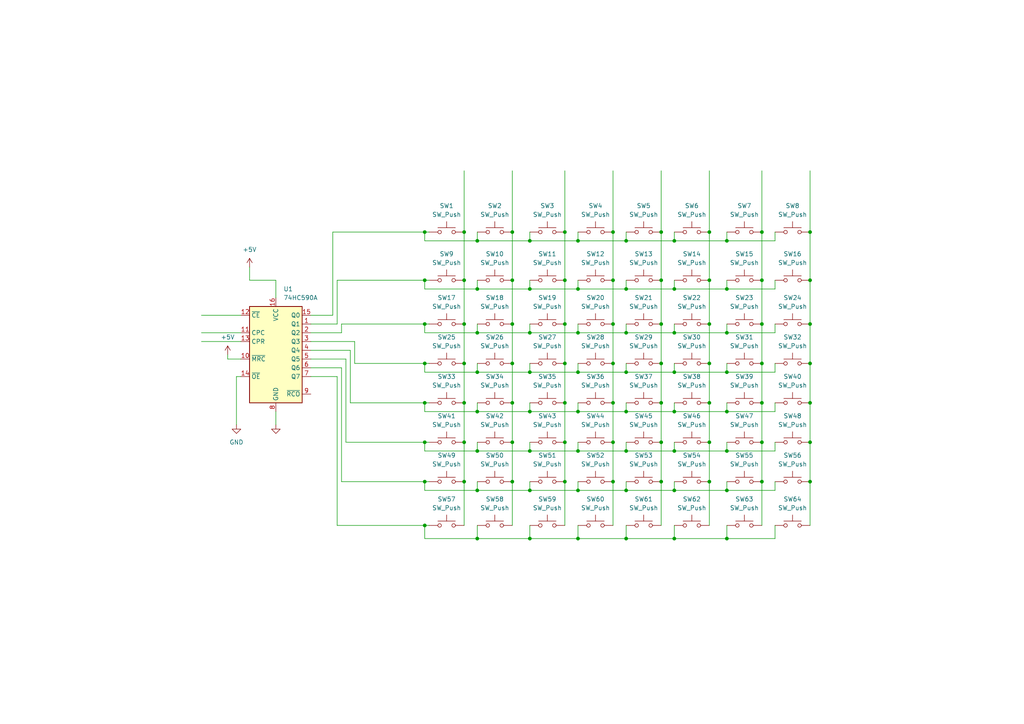
<source format=kicad_sch>
(kicad_sch (version 20230121) (generator eeschema)
  (paper "A4")
  (lib_symbols
    (symbol "74xx:74HC590A"
      (property "Reference" "U" (at -7.62 16.51 0))
      (property "Value" "74HC590A" (at -7.62 -13.97 0))
      (symbol "74HC590A_1_0"
        (pin tri_state line (at 10.16 10.16 180) (length 2.54) (name "Q1") (number "1"))
        (pin input line (at -10.16 0 0) (length 2.54) (name "~{MRC}") (number "10"))
        (pin input line (at -10.16 7.62 0) (length 2.54) (name "CPC") (number "11"))
        (pin input line (at -10.16 12.7 0) (length 2.54) (name "~{CE}") (number "12"))
        (pin input line (at -10.16 5.08 0) (length 2.54) (name "CPR") (number "13"))
        (pin input line (at -10.16 -5.08 0) (length 2.54) (name "~{OE}") (number "14"))
        (pin tri_state line (at 10.16 12.7 180) (length 2.54) (name "Q0") (number "15"))
        (pin power_in line (at 0 17.78 270) (length 2.54) (name "VCC") (number "16"))
        (pin tri_state line (at 10.16 7.62 180) (length 2.54) (name "Q2") (number "2"))
        (pin tri_state line (at 10.16 5.08 180) (length 2.54) (name "Q3") (number "3"))
        (pin tri_state line (at 10.16 2.54 180) (length 2.54) (name "Q4") (number "4"))
        (pin tri_state line (at 10.16 0 180) (length 2.54) (name "Q5") (number "5"))
        (pin tri_state line (at 10.16 -2.54 180) (length 2.54) (name "Q6") (number "6"))
        (pin tri_state line (at 10.16 -5.08 180) (length 2.54) (name "Q7") (number "7"))
        (pin power_in line (at 0 -15.24 90) (length 2.54) (name "GND") (number "8"))
        (pin output line (at 10.16 -10.16 180) (length 2.54) (name "~{RCO}") (number "9"))
      )
      (symbol "74HC590A_1_1"
        (rectangle (start -7.62 15.24) (end 7.62 -12.7) (stroke (width 0.254)) (fill (type background)))
      )
    )
    (symbol "Switch:SW_Push" (pin_numbers hide) (pin_names (offset 1.016) hide)
      (property "Reference" "SW" (at 1.27 2.54 0))
      (property "Value" "SW_Push" (at 0 -1.524 0))
      (symbol "SW_Push_0_1"
        (circle (center -2.032 0) (radius 0.508))
        (polyline (pts (xy 0 1.27) (xy 0 3.048)))
        (polyline (pts (xy 2.54 1.27) (xy -2.54 1.27)))
        (circle (center 2.032 0) (radius 0.508))
        (pin passive line (at -5.08 0 0) (length 2.54) (name "1") (number "1"))
        (pin passive line (at 5.08 0 180) (length 2.54) (name "2") (number "2"))
      )
    )
    (symbol "power:+5V" (power) (pin_names (offset 0))
      (property "Value" "+5V" (at 0 3.556 0))
      (symbol "+5V_0_1"
        (polyline (pts (xy -0.762 1.27) (xy 0 2.54)))
        (polyline (pts (xy 0 0) (xy 0 2.54)))
        (polyline (pts (xy 0 2.54) (xy 0.762 1.27)))
      )
      (symbol "+5V_1_1"
        (pin power_in line (at 0 0 90) (length 0) hide (name "+5V") (number "1"))
      )
    )
    (symbol "power:GND" (power) (pin_names (offset 0))
      (property "Value" "GND" (at 0 -3.81 0))
      (symbol "GND_0_1"
        (polyline (pts (xy 0 0) (xy 0 -1.27) (xy 1.27 -1.27) (xy 0 -2.54) (xy -1.27 -1.27) (xy 0 -1.27)))
      )
      (symbol "GND_1_1"
        (pin power_in line (at 0 0 270) (length 0) hide (name "GND") (number "1"))
      )
    )
  )
  (junction (at 234.95 139.7))
  (junction (at 148.59 116.84))
  (junction (at 177.8 128.27))
  (junction (at 163.83 105.41))
  (junction (at 123.19 93.98))
  (junction (at 138.43 119.38))
  (junction (at 153.67 107.95))
  (junction (at 181.61 130.81))
  (junction (at 205.74 67.31))
  (junction (at 210.82 130.81))
  (junction (at 210.82 107.95))
  (junction (at 123.19 128.27))
  (junction (at 167.64 83.82))
  (junction (at 191.77 116.84))
  (junction (at 181.61 96.52))
  (junction (at 205.74 93.98))
  (junction (at 123.19 81.28))
  (junction (at 138.43 130.81))
  (junction (at 167.64 96.52))
  (junction (at 148.59 81.28))
  (junction (at 123.19 139.7))
  (junction (at 138.43 83.82))
  (junction (at 177.8 67.31))
  (junction (at 177.8 81.28))
  (junction (at 195.58 69.85))
  (junction (at 134.62 128.27))
  (junction (at 167.64 130.81))
  (junction (at 148.59 139.7))
  (junction (at 134.62 93.98))
  (junction (at 138.43 96.52))
  (junction (at 195.58 130.81))
  (junction (at 205.74 139.7))
  (junction (at 153.67 156.21))
  (junction (at 163.83 128.27))
  (junction (at 163.83 93.98))
  (junction (at 138.43 142.24))
  (junction (at 210.82 83.82))
  (junction (at 163.83 67.31))
  (junction (at 163.83 116.84))
  (junction (at 195.58 142.24))
  (junction (at 167.64 69.85))
  (junction (at 220.98 128.27))
  (junction (at 205.74 81.28))
  (junction (at 138.43 69.85))
  (junction (at 205.74 105.41))
  (junction (at 191.77 128.27))
  (junction (at 181.61 107.95))
  (junction (at 220.98 67.31))
  (junction (at 163.83 139.7))
  (junction (at 177.8 116.84))
  (junction (at 234.95 128.27))
  (junction (at 167.64 119.38))
  (junction (at 123.19 67.31))
  (junction (at 220.98 93.98))
  (junction (at 167.64 156.21))
  (junction (at 234.95 93.98))
  (junction (at 220.98 139.7))
  (junction (at 153.67 142.24))
  (junction (at 195.58 83.82))
  (junction (at 148.59 67.31))
  (junction (at 181.61 142.24))
  (junction (at 191.77 67.31))
  (junction (at 134.62 116.84))
  (junction (at 210.82 142.24))
  (junction (at 134.62 105.41))
  (junction (at 177.8 93.98))
  (junction (at 153.67 119.38))
  (junction (at 181.61 83.82))
  (junction (at 220.98 105.41))
  (junction (at 153.67 130.81))
  (junction (at 181.61 119.38))
  (junction (at 234.95 116.84))
  (junction (at 153.67 96.52))
  (junction (at 148.59 93.98))
  (junction (at 234.95 67.31))
  (junction (at 177.8 139.7))
  (junction (at 191.77 93.98))
  (junction (at 134.62 81.28))
  (junction (at 191.77 105.41))
  (junction (at 205.74 116.84))
  (junction (at 210.82 96.52))
  (junction (at 220.98 116.84))
  (junction (at 134.62 139.7))
  (junction (at 123.19 152.4))
  (junction (at 181.61 69.85))
  (junction (at 191.77 81.28))
  (junction (at 210.82 156.21))
  (junction (at 138.43 156.21))
  (junction (at 163.83 81.28))
  (junction (at 123.19 116.84))
  (junction (at 234.95 105.41))
  (junction (at 195.58 107.95))
  (junction (at 153.67 69.85))
  (junction (at 167.64 107.95))
  (junction (at 148.59 128.27))
  (junction (at 181.61 156.21))
  (junction (at 220.98 81.28))
  (junction (at 234.95 81.28))
  (junction (at 134.62 67.31))
  (junction (at 210.82 119.38))
  (junction (at 148.59 105.41))
  (junction (at 195.58 96.52))
  (junction (at 153.67 83.82))
  (junction (at 195.58 156.21))
  (junction (at 191.77 139.7))
  (junction (at 138.43 107.95))
  (junction (at 195.58 119.38))
  (junction (at 210.82 69.85))
  (junction (at 205.74 128.27))
  (junction (at 167.64 142.24))
  (junction (at 177.8 105.41))
  (junction (at 123.19 105.41))
  (wire (pts (xy 163.83 105.41) (xy 163.83 116.84)))
  (wire (pts (xy 138.43 152.4) (xy 138.43 156.21)))
  (wire (pts (xy 195.58 142.24) (xy 181.61 142.24)))
  (wire (pts (xy 234.95 49.53) (xy 234.95 67.31)))
  (wire (pts (xy 148.59 128.27) (xy 148.59 139.7)))
  (wire (pts (xy 181.61 81.28) (xy 181.61 83.82)))
  (wire (pts (xy 153.67 67.31) (xy 153.67 69.85)))
  (wire (pts (xy 153.67 139.7) (xy 153.67 142.24)))
  (wire (pts (xy 138.43 107.95) (xy 153.67 107.95)))
  (wire (pts (xy 181.61 107.95) (xy 167.64 107.95)))
  (wire (pts (xy 123.19 107.95) (xy 123.19 105.41)))
  (wire (pts (xy 224.79 67.31) (xy 224.79 69.85)))
  (wire (pts (xy 163.83 49.53) (xy 163.83 67.31)))
  (wire (pts (xy 191.77 128.27) (xy 191.77 139.7)))
  (wire (pts (xy 224.79 152.4) (xy 224.79 156.21)))
  (wire (pts (xy 167.64 116.84) (xy 167.64 119.38)))
  (wire (pts (xy 191.77 81.28) (xy 191.77 93.98)))
  (wire (pts (xy 224.79 105.41) (xy 224.79 107.95)))
  (wire (pts (xy 123.19 142.24) (xy 123.19 139.7)))
  (wire (pts (xy 181.61 128.27) (xy 181.61 130.81)))
  (wire (pts (xy 96.52 91.44) (xy 96.52 67.31)))
  (wire (pts (xy 99.06 106.68) (xy 99.06 139.7)))
  (wire (pts (xy 234.95 116.84) (xy 234.95 128.27)))
  (wire (pts (xy 134.62 116.84) (xy 134.62 128.27)))
  (wire (pts (xy 69.85 109.22) (xy 68.58 109.22)))
  (wire (pts (xy 177.8 49.53) (xy 177.8 67.31)))
  (wire (pts (xy 191.77 67.31) (xy 191.77 81.28)))
  (wire (pts (xy 138.43 93.98) (xy 138.43 96.52)))
  (wire (pts (xy 205.74 139.7) (xy 205.74 152.4)))
  (wire (pts (xy 224.79 156.21) (xy 210.82 156.21)))
  (wire (pts (xy 210.82 119.38) (xy 195.58 119.38)))
  (wire (pts (xy 138.43 81.28) (xy 138.43 83.82)))
  (wire (pts (xy 224.79 139.7) (xy 224.79 142.24)))
  (wire (pts (xy 210.82 116.84) (xy 210.82 119.38)))
  (wire (pts (xy 224.79 81.28) (xy 224.79 83.82)))
  (wire (pts (xy 177.8 93.98) (xy 177.8 105.41)))
  (wire (pts (xy 134.62 67.31) (xy 134.62 81.28)))
  (wire (pts (xy 177.8 105.41) (xy 177.8 116.84)))
  (wire (pts (xy 153.67 83.82) (xy 167.64 83.82)))
  (wire (pts (xy 134.62 128.27) (xy 134.62 139.7)))
  (wire (pts (xy 138.43 83.82) (xy 123.19 83.82)))
  (wire (pts (xy 138.43 105.41) (xy 138.43 107.95)))
  (wire (pts (xy 195.58 139.7) (xy 195.58 142.24)))
  (wire (pts (xy 220.98 93.98) (xy 220.98 105.41)))
  (wire (pts (xy 58.42 91.44) (xy 69.85 91.44)))
  (wire (pts (xy 134.62 93.98) (xy 134.62 105.41)))
  (wire (pts (xy 210.82 81.28) (xy 210.82 83.82)))
  (wire (pts (xy 210.82 156.21) (xy 195.58 156.21)))
  (wire (pts (xy 181.61 152.4) (xy 181.61 156.21)))
  (wire (pts (xy 153.67 119.38) (xy 138.43 119.38)))
  (wire (pts (xy 123.19 93.98) (xy 99.06 93.98)))
  (wire (pts (xy 224.79 130.81) (xy 210.82 130.81)))
  (wire (pts (xy 195.58 130.81) (xy 181.61 130.81)))
  (wire (pts (xy 90.17 104.14) (xy 100.33 104.14)))
  (wire (pts (xy 210.82 83.82) (xy 195.58 83.82)))
  (wire (pts (xy 167.64 142.24) (xy 153.67 142.24)))
  (wire (pts (xy 210.82 107.95) (xy 195.58 107.95)))
  (wire (pts (xy 195.58 96.52) (xy 181.61 96.52)))
  (wire (pts (xy 153.67 130.81) (xy 138.43 130.81)))
  (wire (pts (xy 123.19 107.95) (xy 138.43 107.95)))
  (wire (pts (xy 195.58 93.98) (xy 195.58 96.52)))
  (wire (pts (xy 210.82 152.4) (xy 210.82 156.21)))
  (wire (pts (xy 163.83 139.7) (xy 163.83 152.4)))
  (wire (pts (xy 68.58 109.22) (xy 68.58 123.19)))
  (wire (pts (xy 234.95 93.98) (xy 234.95 105.41)))
  (wire (pts (xy 167.64 128.27) (xy 167.64 130.81)))
  (wire (pts (xy 100.33 128.27) (xy 123.19 128.27)))
  (wire (pts (xy 163.83 81.28) (xy 163.83 93.98)))
  (wire (pts (xy 123.19 130.81) (xy 123.19 128.27)))
  (wire (pts (xy 148.59 105.41) (xy 148.59 116.84)))
  (wire (pts (xy 153.67 156.21) (xy 138.43 156.21)))
  (wire (pts (xy 195.58 116.84) (xy 195.58 119.38)))
  (wire (pts (xy 177.8 128.27) (xy 177.8 139.7)))
  (wire (pts (xy 123.19 67.31) (xy 96.52 67.31)))
  (wire (pts (xy 138.43 69.85) (xy 123.19 69.85)))
  (wire (pts (xy 181.61 142.24) (xy 167.64 142.24)))
  (wire (pts (xy 90.17 99.06) (xy 102.87 99.06)))
  (wire (pts (xy 210.82 67.31) (xy 210.82 69.85)))
  (wire (pts (xy 220.98 67.31) (xy 220.98 81.28)))
  (wire (pts (xy 123.19 139.7) (xy 124.46 139.7)))
  (wire (pts (xy 234.95 81.28) (xy 234.95 93.98)))
  (wire (pts (xy 153.67 81.28) (xy 153.67 83.82)))
  (wire (pts (xy 101.6 116.84) (xy 123.19 116.84)))
  (wire (pts (xy 181.61 105.41) (xy 181.61 107.95)))
  (wire (pts (xy 224.79 83.82) (xy 210.82 83.82)))
  (wire (pts (xy 153.67 69.85) (xy 138.43 69.85)))
  (wire (pts (xy 90.17 96.52) (xy 99.06 96.52)))
  (wire (pts (xy 224.79 93.98) (xy 224.79 96.52)))
  (wire (pts (xy 123.19 83.82) (xy 123.19 81.28)))
  (wire (pts (xy 138.43 142.24) (xy 123.19 142.24)))
  (wire (pts (xy 181.61 96.52) (xy 167.64 96.52)))
  (wire (pts (xy 234.95 67.31) (xy 234.95 81.28)))
  (wire (pts (xy 195.58 152.4) (xy 195.58 156.21)))
  (wire (pts (xy 58.42 99.06) (xy 69.85 99.06)))
  (wire (pts (xy 195.58 67.31) (xy 195.58 69.85)))
  (wire (pts (xy 100.33 104.14) (xy 100.33 128.27)))
  (wire (pts (xy 177.8 67.31) (xy 177.8 81.28)))
  (wire (pts (xy 181.61 83.82) (xy 167.64 83.82)))
  (wire (pts (xy 123.19 119.38) (xy 123.19 116.84)))
  (wire (pts (xy 210.82 130.81) (xy 195.58 130.81)))
  (wire (pts (xy 97.79 81.28) (xy 97.79 93.98)))
  (wire (pts (xy 167.64 130.81) (xy 181.61 130.81)))
  (wire (pts (xy 138.43 130.81) (xy 123.19 130.81)))
  (wire (pts (xy 90.17 109.22) (xy 97.79 109.22)))
  (wire (pts (xy 134.62 49.53) (xy 134.62 67.31)))
  (wire (pts (xy 224.79 107.95) (xy 210.82 107.95)))
  (wire (pts (xy 124.46 67.31) (xy 123.19 67.31)))
  (wire (pts (xy 167.64 130.81) (xy 153.67 130.81)))
  (wire (pts (xy 210.82 105.41) (xy 210.82 107.95)))
  (wire (pts (xy 210.82 96.52) (xy 195.58 96.52)))
  (wire (pts (xy 195.58 83.82) (xy 181.61 83.82)))
  (wire (pts (xy 177.8 116.84) (xy 177.8 128.27)))
  (wire (pts (xy 205.74 128.27) (xy 205.74 139.7)))
  (wire (pts (xy 148.59 116.84) (xy 148.59 128.27)))
  (wire (pts (xy 66.04 104.14) (xy 66.04 102.87)))
  (wire (pts (xy 167.64 69.85) (xy 153.67 69.85)))
  (wire (pts (xy 191.77 139.7) (xy 191.77 152.4)))
  (wire (pts (xy 123.19 116.84) (xy 124.46 116.84)))
  (wire (pts (xy 195.58 105.41) (xy 195.58 107.95)))
  (wire (pts (xy 234.95 105.41) (xy 234.95 116.84)))
  (wire (pts (xy 101.6 101.6) (xy 101.6 116.84)))
  (wire (pts (xy 195.58 156.21) (xy 181.61 156.21)))
  (wire (pts (xy 220.98 49.53) (xy 220.98 67.31)))
  (wire (pts (xy 123.19 128.27) (xy 124.46 128.27)))
  (wire (pts (xy 124.46 105.41) (xy 123.19 105.41)))
  (wire (pts (xy 99.06 93.98) (xy 99.06 96.52)))
  (wire (pts (xy 167.64 93.98) (xy 167.64 96.52)))
  (wire (pts (xy 205.74 93.98) (xy 205.74 105.41)))
  (wire (pts (xy 205.74 67.31) (xy 205.74 81.28)))
  (wire (pts (xy 234.95 128.27) (xy 234.95 139.7)))
  (wire (pts (xy 124.46 93.98) (xy 123.19 93.98)))
  (wire (pts (xy 163.83 93.98) (xy 163.83 105.41)))
  (wire (pts (xy 177.8 81.28) (xy 177.8 93.98)))
  (wire (pts (xy 181.61 93.98) (xy 181.61 96.52)))
  (wire (pts (xy 134.62 139.7) (xy 134.62 152.4)))
  (wire (pts (xy 195.58 81.28) (xy 195.58 83.82)))
  (wire (pts (xy 153.67 128.27) (xy 153.67 130.81)))
  (wire (pts (xy 90.17 106.68) (xy 99.06 106.68)))
  (wire (pts (xy 80.01 119.38) (xy 80.01 123.19)))
  (wire (pts (xy 138.43 156.21) (xy 123.19 156.21)))
  (wire (pts (xy 167.64 119.38) (xy 153.67 119.38)))
  (wire (pts (xy 167.64 156.21) (xy 153.67 156.21)))
  (wire (pts (xy 123.19 105.41) (xy 102.87 105.41)))
  (wire (pts (xy 167.64 105.41) (xy 167.64 107.95)))
  (wire (pts (xy 220.98 128.27) (xy 220.98 139.7)))
  (wire (pts (xy 138.43 128.27) (xy 138.43 130.81)))
  (wire (pts (xy 234.95 139.7) (xy 234.95 152.4)))
  (wire (pts (xy 167.64 81.28) (xy 167.64 83.82)))
  (wire (pts (xy 210.82 139.7) (xy 210.82 142.24)))
  (wire (pts (xy 181.61 139.7) (xy 181.61 142.24)))
  (wire (pts (xy 195.58 119.38) (xy 181.61 119.38)))
  (wire (pts (xy 123.19 156.21) (xy 123.19 152.4)))
  (wire (pts (xy 220.98 105.41) (xy 220.98 116.84)))
  (wire (pts (xy 124.46 81.28) (xy 123.19 81.28)))
  (wire (pts (xy 167.64 67.31) (xy 167.64 69.85)))
  (wire (pts (xy 177.8 139.7) (xy 177.8 152.4)))
  (wire (pts (xy 153.67 96.52) (xy 138.43 96.52)))
  (wire (pts (xy 58.42 96.52) (xy 69.85 96.52)))
  (wire (pts (xy 90.17 93.98) (xy 97.79 93.98)))
  (wire (pts (xy 138.43 96.52) (xy 123.19 96.52)))
  (wire (pts (xy 134.62 81.28) (xy 134.62 93.98)))
  (wire (pts (xy 97.79 109.22) (xy 97.79 152.4)))
  (wire (pts (xy 191.77 105.41) (xy 191.77 116.84)))
  (wire (pts (xy 163.83 67.31) (xy 163.83 81.28)))
  (wire (pts (xy 148.59 67.31) (xy 148.59 81.28)))
  (wire (pts (xy 163.83 128.27) (xy 163.83 139.7)))
  (wire (pts (xy 167.64 107.95) (xy 153.67 107.95)))
  (wire (pts (xy 195.58 128.27) (xy 195.58 130.81)))
  (wire (pts (xy 167.64 152.4) (xy 167.64 156.21)))
  (wire (pts (xy 102.87 105.41) (xy 102.87 99.06)))
  (wire (pts (xy 153.67 152.4) (xy 153.67 156.21)))
  (wire (pts (xy 138.43 116.84) (xy 138.43 119.38)))
  (wire (pts (xy 224.79 116.84) (xy 224.79 119.38)))
  (wire (pts (xy 72.39 81.28) (xy 72.39 77.47)))
  (wire (pts (xy 80.01 86.36) (xy 80.01 81.28)))
  (wire (pts (xy 138.43 142.24) (xy 153.67 142.24)))
  (wire (pts (xy 90.17 101.6) (xy 101.6 101.6)))
  (wire (pts (xy 210.82 142.24) (xy 195.58 142.24)))
  (wire (pts (xy 195.58 107.95) (xy 181.61 107.95)))
  (wire (pts (xy 167.64 96.52) (xy 153.67 96.52)))
  (wire (pts (xy 148.59 139.7) (xy 148.59 152.4)))
  (wire (pts (xy 224.79 142.24) (xy 210.82 142.24)))
  (wire (pts (xy 224.79 128.27) (xy 224.79 130.81)))
  (wire (pts (xy 148.59 49.53) (xy 148.59 67.31)))
  (wire (pts (xy 220.98 139.7) (xy 220.98 152.4)))
  (wire (pts (xy 181.61 156.21) (xy 167.64 156.21)))
  (wire (pts (xy 220.98 116.84) (xy 220.98 128.27)))
  (wire (pts (xy 153.67 83.82) (xy 138.43 83.82)))
  (wire (pts (xy 123.19 69.85) (xy 123.19 67.31)))
  (wire (pts (xy 97.79 152.4) (xy 123.19 152.4)))
  (wire (pts (xy 123.19 96.52) (xy 123.19 93.98)))
  (wire (pts (xy 205.74 116.84) (xy 205.74 128.27)))
  (wire (pts (xy 181.61 67.31) (xy 181.61 69.85)))
  (wire (pts (xy 138.43 139.7) (xy 138.43 142.24)))
  (wire (pts (xy 181.61 69.85) (xy 167.64 69.85)))
  (wire (pts (xy 123.19 81.28) (xy 97.79 81.28)))
  (wire (pts (xy 220.98 81.28) (xy 220.98 93.98)))
  (wire (pts (xy 224.79 69.85) (xy 210.82 69.85)))
  (wire (pts (xy 195.58 69.85) (xy 181.61 69.85)))
  (wire (pts (xy 181.61 119.38) (xy 167.64 119.38)))
  (wire (pts (xy 205.74 81.28) (xy 205.74 93.98)))
  (wire (pts (xy 153.67 105.41) (xy 153.67 107.95)))
  (wire (pts (xy 224.79 96.52) (xy 210.82 96.52)))
  (wire (pts (xy 191.77 93.98) (xy 191.77 105.41)))
  (wire (pts (xy 153.67 116.84) (xy 153.67 119.38)))
  (wire (pts (xy 80.01 81.28) (xy 72.39 81.28)))
  (wire (pts (xy 205.74 49.53) (xy 205.74 67.31)))
  (wire (pts (xy 224.79 119.38) (xy 210.82 119.38)))
  (wire (pts (xy 148.59 81.28) (xy 148.59 93.98)))
  (wire (pts (xy 163.83 116.84) (xy 163.83 128.27)))
  (wire (pts (xy 153.67 93.98) (xy 153.67 96.52)))
  (wire (pts (xy 167.64 139.7) (xy 167.64 142.24)))
  (wire (pts (xy 181.61 116.84) (xy 181.61 119.38)))
  (wire (pts (xy 191.77 116.84) (xy 191.77 128.27)))
  (wire (pts (xy 210.82 128.27) (xy 210.82 130.81)))
  (wire (pts (xy 90.17 91.44) (xy 96.52 91.44)))
  (wire (pts (xy 210.82 93.98) (xy 210.82 96.52)))
  (wire (pts (xy 99.06 139.7) (xy 123.19 139.7)))
  (wire (pts (xy 138.43 67.31) (xy 138.43 69.85)))
  (wire (pts (xy 191.77 49.53) (xy 191.77 67.31)))
  (wire (pts (xy 148.59 93.98) (xy 148.59 105.41)))
  (wire (pts (xy 134.62 105.41) (xy 134.62 116.84)))
  (wire (pts (xy 210.82 69.85) (xy 195.58 69.85)))
  (wire (pts (xy 205.74 105.41) (xy 205.74 116.84)))
  (wire (pts (xy 138.43 119.38) (xy 123.19 119.38)))
  (wire (pts (xy 123.19 152.4) (xy 124.46 152.4)))
  (wire (pts (xy 69.85 104.14) (xy 66.04 104.14)))
  (symbol (lib_id "Switch:SW_Push") (at 172.72 128.27 0) (unit 1)
    (property "Reference" "SW44" (at 172.72 120.65 0))
    (property "Value" "SW_Push" (at 172.72 123.19 0))
  )
  (symbol (lib_id "Switch:SW_Push") (at 186.69 152.4 0) (unit 1)
    (property "Reference" "SW61" (at 186.69 144.78 0))
    (property "Value" "SW_Push" (at 186.69 147.32 0))
  )
  (symbol (lib_id "Switch:SW_Push") (at 186.69 93.98 0) (unit 1)
    (property "Reference" "SW21" (at 186.69 86.36 0))
    (property "Value" "SW_Push" (at 186.69 88.9 0))
  )
  (symbol (lib_id "Switch:SW_Push") (at 229.87 81.28 0) (unit 1)
    (property "Reference" "SW16" (at 229.87 73.66 0))
    (property "Value" "SW_Push" (at 229.87 76.2 0))
  )
  (symbol (lib_id "Switch:SW_Push") (at 200.66 128.27 0) (unit 1)
    (property "Reference" "SW46" (at 200.66 120.65 0))
    (property "Value" "SW_Push" (at 200.66 123.19 0))
  )
  (symbol (lib_id "Switch:SW_Push") (at 229.87 105.41 0) (unit 1)
    (property "Reference" "SW32" (at 229.87 97.79 0))
    (property "Value" "SW_Push" (at 229.87 100.33 0))
  )
  (symbol (lib_id "Switch:SW_Push") (at 158.75 105.41 0) (unit 1)
    (property "Reference" "SW27" (at 158.75 97.79 0))
    (property "Value" "SW_Push" (at 158.75 100.33 0))
  )
  (symbol (lib_id "Switch:SW_Push") (at 186.69 81.28 0) (unit 1)
    (property "Reference" "SW13" (at 186.69 73.66 0))
    (property "Value" "SW_Push" (at 186.69 76.2 0))
  )
  (symbol (lib_id "Switch:SW_Push") (at 172.72 152.4 0) (unit 1)
    (property "Reference" "SW60" (at 172.72 144.78 0))
    (property "Value" "SW_Push" (at 172.72 147.32 0))
  )
  (symbol (lib_id "Switch:SW_Push") (at 129.54 116.84 0) (unit 1)
    (property "Reference" "SW33" (at 129.54 109.22 0))
    (property "Value" "SW_Push" (at 129.54 111.76 0))
  )
  (symbol (lib_id "Switch:SW_Push") (at 215.9 67.31 0) (unit 1)
    (property "Reference" "SW7" (at 215.9 59.69 0))
    (property "Value" "SW_Push" (at 215.9 62.23 0))
  )
  (symbol (lib_id "Switch:SW_Push") (at 143.51 67.31 0) (unit 1)
    (property "Reference" "SW2" (at 143.51 59.69 0))
    (property "Value" "SW_Push" (at 143.51 62.23 0))
  )
  (symbol (lib_id "Switch:SW_Push") (at 158.75 139.7 0) (unit 1)
    (property "Reference" "SW51" (at 158.75 132.08 0))
    (property "Value" "SW_Push" (at 158.75 134.62 0))
  )
  (symbol (lib_id "Switch:SW_Push") (at 215.9 116.84 0) (unit 1)
    (property "Reference" "SW39" (at 215.9 109.22 0))
    (property "Value" "SW_Push" (at 215.9 111.76 0))
  )
  (symbol (lib_id "Switch:SW_Push") (at 215.9 152.4 0) (unit 1)
    (property "Reference" "SW63" (at 215.9 144.78 0))
    (property "Value" "SW_Push" (at 215.9 147.32 0))
  )
  (symbol (lib_id "Switch:SW_Push") (at 172.72 67.31 0) (unit 1)
    (property "Reference" "SW4" (at 172.72 59.69 0))
    (property "Value" "SW_Push" (at 172.72 62.23 0))
  )
  (symbol (lib_id "Switch:SW_Push") (at 215.9 128.27 0) (unit 1)
    (property "Reference" "SW47" (at 215.9 120.65 0))
    (property "Value" "SW_Push" (at 215.9 123.19 0))
  )
  (symbol (lib_id "Switch:SW_Push") (at 200.66 93.98 0) (unit 1)
    (property "Reference" "SW22" (at 200.66 86.36 0))
    (property "Value" "SW_Push" (at 200.66 88.9 0))
  )
  (symbol (lib_id "power:GND") (at 68.58 123.19 0) (unit 1)
    (property "Reference" "#PWR03" (effects hide))
    (property "Value" "GND" (at 68.58 128.27 0))
  )
  (symbol (lib_id "Switch:SW_Push") (at 200.66 105.41 0) (unit 1)
    (property "Reference" "SW30" (at 200.66 97.79 0))
    (property "Value" "SW_Push" (at 200.66 100.33 0))
  )
  (symbol (lib_id "Switch:SW_Push") (at 143.51 152.4 0) (unit 1)
    (property "Reference" "SW58" (at 143.51 144.78 0))
    (property "Value" "SW_Push" (at 143.51 147.32 0))
  )
  (symbol (lib_id "Switch:SW_Push") (at 229.87 116.84 0) (unit 1)
    (property "Reference" "SW40" (at 229.87 109.22 0))
    (property "Value" "SW_Push" (at 229.87 111.76 0))
  )
  (symbol (lib_id "Switch:SW_Push") (at 229.87 93.98 0) (unit 1)
    (property "Reference" "SW24" (at 229.87 86.36 0))
    (property "Value" "SW_Push" (at 229.87 88.9 0))
  )
  (symbol (lib_id "Switch:SW_Push") (at 172.72 139.7 0) (unit 1)
    (property "Reference" "SW52" (at 172.72 132.08 0))
    (property "Value" "SW_Push" (at 172.72 134.62 0))
  )
  (symbol (lib_id "Switch:SW_Push") (at 129.54 93.98 0) (unit 1)
    (property "Reference" "SW17" (at 129.54 86.36 0))
    (property "Value" "SW_Push" (at 129.54 88.9 0))
  )
  (symbol (lib_id "Switch:SW_Push") (at 158.75 128.27 0) (unit 1)
    (property "Reference" "SW43" (at 158.75 120.65 0))
    (property "Value" "SW_Push" (at 158.75 123.19 0))
  )
  (symbol (lib_id "Switch:SW_Push") (at 129.54 152.4 0) (unit 1)
    (property "Reference" "SW57" (at 129.54 144.78 0))
    (property "Value" "SW_Push" (at 129.54 147.32 0))
  )
  (symbol (lib_id "Switch:SW_Push") (at 215.9 81.28 0) (unit 1)
    (property "Reference" "SW15" (at 215.9 73.66 0))
    (property "Value" "SW_Push" (at 215.9 76.2 0))
  )
  (symbol (lib_id "power:+5V") (at 72.39 77.47 0) (unit 1)
    (property "Reference" "#PWR02" (effects hide))
    (property "Value" "+5V" (at 72.39 72.39 0))
  )
  (symbol (lib_id "Switch:SW_Push") (at 158.75 116.84 0) (unit 1)
    (property "Reference" "SW35" (at 158.75 109.22 0))
    (property "Value" "SW_Push" (at 158.75 111.76 0))
  )
  (symbol (lib_id "Switch:SW_Push") (at 129.54 105.41 0) (unit 1)
    (property "Reference" "SW25" (at 129.54 97.79 0))
    (property "Value" "SW_Push" (at 129.54 100.33 0))
  )
  (symbol (lib_id "Switch:SW_Push") (at 172.72 105.41 0) (unit 1)
    (property "Reference" "SW28" (at 172.72 97.79 0))
    (property "Value" "SW_Push" (at 172.72 100.33 0))
  )
  (symbol (lib_id "Switch:SW_Push") (at 186.69 116.84 0) (unit 1)
    (property "Reference" "SW37" (at 186.69 109.22 0))
    (property "Value" "SW_Push" (at 186.69 111.76 0))
  )
  (symbol (lib_id "Switch:SW_Push") (at 143.51 139.7 0) (unit 1)
    (property "Reference" "SW50" (at 143.51 132.08 0))
    (property "Value" "SW_Push" (at 143.51 134.62 0))
  )
  (symbol (lib_id "Switch:SW_Push") (at 186.69 67.31 0) (unit 1)
    (property "Reference" "SW5" (at 186.69 59.69 0))
    (property "Value" "SW_Push" (at 186.69 62.23 0))
  )
  (symbol (lib_id "power:GND") (at 80.01 123.19 0) (unit 1)
    (property "Reference" "#PWR01" (effects hide))
    (property "Value" "GND" (effects hide))
  )
  (symbol (lib_id "74xx:74HC590A") (at 80.01 104.14 0) (unit 1)
    (property "Reference" "U1" (at 82.2041 83.82 0) (effects (justify left)))
    (property "Value" "74HC590A" (at 82.2041 86.36 0) (effects (justify left)))
    (property "Datasheet" "http://www.ti.com/lit/ds/symlink/sn74hc590a.pdf" (effects hide))
  )
  (symbol (lib_id "Switch:SW_Push") (at 129.54 67.31 0) (unit 1)
    (property "Reference" "SW1" (at 129.54 59.69 0))
    (property "Value" "SW_Push" (at 129.54 62.23 0))
  )
  (symbol (lib_id "Switch:SW_Push") (at 186.69 128.27 0) (unit 1)
    (property "Reference" "SW45" (at 186.69 120.65 0))
    (property "Value" "SW_Push" (at 186.69 123.19 0))
  )
  (symbol (lib_id "Switch:SW_Push") (at 200.66 116.84 0) (unit 1)
    (property "Reference" "SW38" (at 200.66 109.22 0))
    (property "Value" "SW_Push" (at 200.66 111.76 0))
  )
  (symbol (lib_id "Switch:SW_Push") (at 143.51 81.28 0) (unit 1)
    (property "Reference" "SW10" (at 143.51 73.66 0))
    (property "Value" "SW_Push" (at 143.51 76.2 0))
  )
  (symbol (lib_id "Switch:SW_Push") (at 229.87 67.31 0) (unit 1)
    (property "Reference" "SW8" (at 229.87 59.69 0))
    (property "Value" "SW_Push" (at 229.87 62.23 0))
  )
  (symbol (lib_id "Switch:SW_Push") (at 229.87 152.4 0) (unit 1)
    (property "Reference" "SW64" (at 229.87 144.78 0))
    (property "Value" "SW_Push" (at 229.87 147.32 0))
  )
  (symbol (lib_id "Switch:SW_Push") (at 229.87 139.7 0) (unit 1)
    (property "Reference" "SW56" (at 229.87 132.08 0))
    (property "Value" "SW_Push" (at 229.87 134.62 0))
  )
  (symbol (lib_id "Switch:SW_Push") (at 158.75 81.28 0) (unit 1)
    (property "Reference" "SW11" (at 158.75 73.66 0))
    (property "Value" "SW_Push" (at 158.75 76.2 0))
  )
  (symbol (lib_id "Switch:SW_Push") (at 200.66 67.31 0) (unit 1)
    (property "Reference" "SW6" (at 200.66 59.69 0))
    (property "Value" "SW_Push" (at 200.66 62.23 0))
  )
  (symbol (lib_id "Switch:SW_Push") (at 172.72 116.84 0) (unit 1)
    (property "Reference" "SW36" (at 172.72 109.22 0))
    (property "Value" "SW_Push" (at 172.72 111.76 0))
  )
  (symbol (lib_id "Switch:SW_Push") (at 143.51 93.98 0) (unit 1)
    (property "Reference" "SW18" (at 143.51 86.36 0))
    (property "Value" "SW_Push" (at 143.51 88.9 0))
  )
  (symbol (lib_id "Switch:SW_Push") (at 215.9 105.41 0) (unit 1)
    (property "Reference" "SW31" (at 215.9 97.79 0))
    (property "Value" "SW_Push" (at 215.9 100.33 0))
  )
  (symbol (lib_id "Switch:SW_Push") (at 158.75 152.4 0) (unit 1)
    (property "Reference" "SW59" (at 158.75 144.78 0))
    (property "Value" "SW_Push" (at 158.75 147.32 0))
  )
  (symbol (lib_id "Switch:SW_Push") (at 200.66 152.4 0) (unit 1)
    (property "Reference" "SW62" (at 200.66 144.78 0))
    (property "Value" "SW_Push" (at 200.66 147.32 0))
  )
  (symbol (lib_id "Switch:SW_Push") (at 229.87 128.27 0) (unit 1)
    (property "Reference" "SW48" (at 229.87 120.65 0))
    (property "Value" "SW_Push" (at 229.87 123.19 0))
  )
  (symbol (lib_id "Switch:SW_Push") (at 215.9 139.7 0) (unit 1)
    (property "Reference" "SW55" (at 215.9 132.08 0))
    (property "Value" "SW_Push" (at 215.9 134.62 0))
  )
  (symbol (lib_id "power:+5V") (at 66.04 102.87 0) (unit 1)
    (property "Reference" "#PWR04" (effects hide))
    (property "Value" "+5V" (at 66.04 97.79 0))
  )
  (symbol (lib_id "Switch:SW_Push") (at 143.51 105.41 0) (unit 1)
    (property "Reference" "SW26" (at 143.51 97.79 0))
    (property "Value" "SW_Push" (at 143.51 100.33 0))
  )
  (symbol (lib_id "Switch:SW_Push") (at 129.54 139.7 0) (unit 1)
    (property "Reference" "SW49" (at 129.54 132.08 0))
    (property "Value" "SW_Push" (at 129.54 134.62 0))
  )
  (symbol (lib_id "Switch:SW_Push") (at 200.66 139.7 0) (unit 1)
    (property "Reference" "SW54" (at 200.66 132.08 0))
    (property "Value" "SW_Push" (at 200.66 134.62 0))
  )
  (symbol (lib_id "Switch:SW_Push") (at 186.69 139.7 0) (unit 1)
    (property "Reference" "SW53" (at 186.69 132.08 0))
    (property "Value" "SW_Push" (at 186.69 134.62 0))
  )
  (symbol (lib_id "Switch:SW_Push") (at 143.51 128.27 0) (unit 1)
    (property "Reference" "SW42" (at 143.51 120.65 0))
    (property "Value" "SW_Push" (at 143.51 123.19 0))
  )
  (symbol (lib_id "Switch:SW_Push") (at 215.9 93.98 0) (unit 1)
    (property "Reference" "SW23" (at 215.9 86.36 0))
    (property "Value" "SW_Push" (at 215.9 88.9 0))
  )
  (symbol (lib_id "Switch:SW_Push") (at 186.69 105.41 0) (unit 1)
    (property "Reference" "SW29" (at 186.69 97.79 0))
    (property "Value" "SW_Push" (at 186.69 100.33 0))
  )
  (symbol (lib_id "Switch:SW_Push") (at 172.72 81.28 0) (unit 1)
    (property "Reference" "SW12" (at 172.72 73.66 0))
    (property "Value" "SW_Push" (at 172.72 76.2 0))
  )
  (symbol (lib_id "Switch:SW_Push") (at 158.75 67.31 0) (unit 1)
    (property "Reference" "SW3" (at 158.75 59.69 0))
    (property "Value" "SW_Push" (at 158.75 62.23 0))
  )
  (symbol (lib_id "Switch:SW_Push") (at 158.75 93.98 0) (unit 1)
    (property "Reference" "SW19" (at 158.75 86.36 0))
    (property "Value" "SW_Push" (at 158.75 88.9 0))
  )
  (symbol (lib_id "Switch:SW_Push") (at 143.51 116.84 0) (unit 1)
    (property "Reference" "SW34" (at 143.51 109.22 0))
    (property "Value" "SW_Push" (at 143.51 111.76 0))
  )
  (symbol (lib_id "Switch:SW_Push") (at 172.72 93.98 0) (unit 1)
    (property "Reference" "SW20" (at 172.72 86.36 0))
    (property "Value" "SW_Push" (at 172.72 88.9 0))
  )
  (symbol (lib_id "Switch:SW_Push") (at 129.54 81.28 0) (unit 1)
    (property "Reference" "SW9" (at 129.54 73.66 0))
    (property "Value" "SW_Push" (at 129.54 76.2 0))
  )
  (symbol (lib_id "Switch:SW_Push") (at 129.54 128.27 0) (unit 1)
    (property "Reference" "SW41" (at 129.54 120.65 0))
    (property "Value" "SW_Push" (at 129.54 123.19 0))
  )
  (symbol (lib_id "Switch:SW_Push") (at 200.66 81.28 0) (unit 1)
    (property "Reference" "SW14" (at 200.66 73.66 0))
    (property "Value" "SW_Push" (at 200.66 76.2 0))
  )
)
</source>
